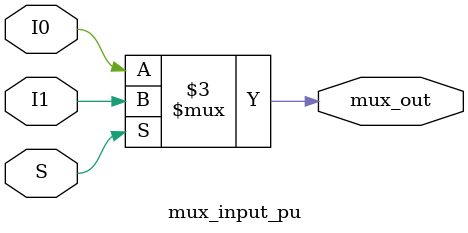
<source format=v>
module mux_input_pu(input I0,I1,S, output reg mux_out);

always @(*) begin
   
    if(S)
        mux_out = I1;
    else
        mux_out = I0;
end
                
endmodule
</source>
